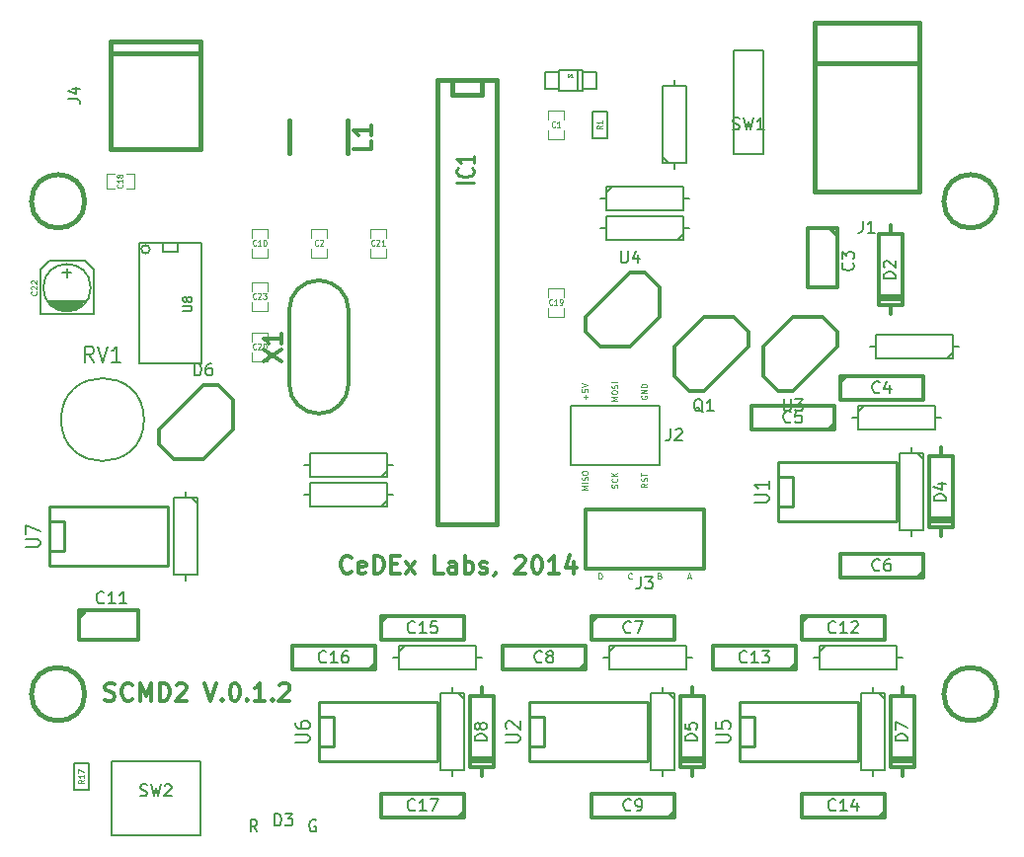
<source format=gto>
G04 (created by PCBNEW (2013-07-07 BZR 4022)-stable) date 02/12/2014 00:26:50*
%MOIN*%
G04 Gerber Fmt 3.4, Leading zero omitted, Abs format*
%FSLAX34Y34*%
G01*
G70*
G90*
G04 APERTURE LIST*
%ADD10C,0.00590551*%
%ADD11C,0.011811*%
%ADD12C,0.012*%
%ADD13C,0.005*%
%ADD14C,0.0047*%
%ADD15C,0.008*%
%ADD16C,0.0125*%
%ADD17C,0.01*%
%ADD18C,0.015*%
%ADD19C,0.0045*%
%ADD20C,0.01125*%
%ADD21C,0.002*%
%ADD22C,0.00393701*%
G04 APERTURE END LIST*
G54D10*
X19421Y-38359D02*
X19290Y-38171D01*
X19196Y-38359D02*
X19196Y-37965D01*
X19346Y-37965D01*
X19384Y-37984D01*
X19403Y-38003D01*
X19421Y-38040D01*
X19421Y-38096D01*
X19403Y-38134D01*
X19384Y-38153D01*
X19346Y-38171D01*
X19196Y-38171D01*
X21403Y-37984D02*
X21365Y-37965D01*
X21309Y-37965D01*
X21253Y-37984D01*
X21215Y-38021D01*
X21196Y-38059D01*
X21178Y-38134D01*
X21178Y-38190D01*
X21196Y-38265D01*
X21215Y-38303D01*
X21253Y-38340D01*
X21309Y-38359D01*
X21346Y-38359D01*
X21403Y-38340D01*
X21421Y-38321D01*
X21421Y-38190D01*
X21346Y-38190D01*
G54D11*
X14278Y-33910D02*
X14362Y-33939D01*
X14503Y-33939D01*
X14559Y-33910D01*
X14587Y-33882D01*
X14615Y-33826D01*
X14615Y-33770D01*
X14587Y-33714D01*
X14559Y-33685D01*
X14503Y-33657D01*
X14391Y-33629D01*
X14334Y-33601D01*
X14306Y-33573D01*
X14278Y-33517D01*
X14278Y-33460D01*
X14306Y-33404D01*
X14334Y-33376D01*
X14391Y-33348D01*
X14531Y-33348D01*
X14615Y-33376D01*
X15206Y-33882D02*
X15178Y-33910D01*
X15094Y-33939D01*
X15037Y-33939D01*
X14953Y-33910D01*
X14897Y-33854D01*
X14869Y-33798D01*
X14840Y-33685D01*
X14840Y-33601D01*
X14869Y-33489D01*
X14897Y-33432D01*
X14953Y-33376D01*
X15037Y-33348D01*
X15094Y-33348D01*
X15178Y-33376D01*
X15206Y-33404D01*
X15459Y-33939D02*
X15459Y-33348D01*
X15656Y-33770D01*
X15853Y-33348D01*
X15853Y-33939D01*
X16134Y-33939D02*
X16134Y-33348D01*
X16275Y-33348D01*
X16359Y-33376D01*
X16415Y-33432D01*
X16443Y-33489D01*
X16471Y-33601D01*
X16471Y-33685D01*
X16443Y-33798D01*
X16415Y-33854D01*
X16359Y-33910D01*
X16275Y-33939D01*
X16134Y-33939D01*
X16696Y-33404D02*
X16725Y-33376D01*
X16781Y-33348D01*
X16921Y-33348D01*
X16978Y-33376D01*
X17006Y-33404D01*
X17034Y-33460D01*
X17034Y-33517D01*
X17006Y-33601D01*
X16668Y-33939D01*
X17034Y-33939D01*
X17653Y-33348D02*
X17849Y-33939D01*
X18046Y-33348D01*
X18243Y-33882D02*
X18271Y-33910D01*
X18243Y-33939D01*
X18215Y-33910D01*
X18243Y-33882D01*
X18243Y-33939D01*
X18637Y-33348D02*
X18693Y-33348D01*
X18749Y-33376D01*
X18777Y-33404D01*
X18806Y-33460D01*
X18834Y-33573D01*
X18834Y-33714D01*
X18806Y-33826D01*
X18777Y-33882D01*
X18749Y-33910D01*
X18693Y-33939D01*
X18637Y-33939D01*
X18581Y-33910D01*
X18552Y-33882D01*
X18524Y-33826D01*
X18496Y-33714D01*
X18496Y-33573D01*
X18524Y-33460D01*
X18552Y-33404D01*
X18581Y-33376D01*
X18637Y-33348D01*
X19087Y-33882D02*
X19115Y-33910D01*
X19087Y-33939D01*
X19059Y-33910D01*
X19087Y-33882D01*
X19087Y-33939D01*
X19677Y-33939D02*
X19340Y-33939D01*
X19509Y-33939D02*
X19509Y-33348D01*
X19452Y-33432D01*
X19396Y-33489D01*
X19340Y-33517D01*
X19930Y-33882D02*
X19959Y-33910D01*
X19930Y-33939D01*
X19902Y-33910D01*
X19930Y-33882D01*
X19930Y-33939D01*
X20184Y-33404D02*
X20212Y-33376D01*
X20268Y-33348D01*
X20408Y-33348D01*
X20465Y-33376D01*
X20493Y-33404D01*
X20521Y-33460D01*
X20521Y-33517D01*
X20493Y-33601D01*
X20155Y-33939D01*
X20521Y-33939D01*
X22600Y-29582D02*
X22572Y-29610D01*
X22487Y-29639D01*
X22431Y-29639D01*
X22347Y-29610D01*
X22291Y-29554D01*
X22262Y-29498D01*
X22234Y-29385D01*
X22234Y-29301D01*
X22262Y-29189D01*
X22291Y-29132D01*
X22347Y-29076D01*
X22431Y-29048D01*
X22487Y-29048D01*
X22572Y-29076D01*
X22600Y-29104D01*
X23078Y-29610D02*
X23022Y-29639D01*
X22909Y-29639D01*
X22853Y-29610D01*
X22825Y-29554D01*
X22825Y-29329D01*
X22853Y-29273D01*
X22909Y-29245D01*
X23022Y-29245D01*
X23078Y-29273D01*
X23106Y-29329D01*
X23106Y-29385D01*
X22825Y-29442D01*
X23359Y-29639D02*
X23359Y-29048D01*
X23500Y-29048D01*
X23584Y-29076D01*
X23640Y-29132D01*
X23669Y-29189D01*
X23697Y-29301D01*
X23697Y-29385D01*
X23669Y-29498D01*
X23640Y-29554D01*
X23584Y-29610D01*
X23500Y-29639D01*
X23359Y-29639D01*
X23950Y-29329D02*
X24147Y-29329D01*
X24231Y-29639D02*
X23950Y-29639D01*
X23950Y-29048D01*
X24231Y-29048D01*
X24428Y-29639D02*
X24737Y-29245D01*
X24428Y-29245D02*
X24737Y-29639D01*
X25693Y-29639D02*
X25412Y-29639D01*
X25412Y-29048D01*
X26143Y-29639D02*
X26143Y-29329D01*
X26115Y-29273D01*
X26059Y-29245D01*
X25946Y-29245D01*
X25890Y-29273D01*
X26143Y-29610D02*
X26087Y-29639D01*
X25946Y-29639D01*
X25890Y-29610D01*
X25862Y-29554D01*
X25862Y-29498D01*
X25890Y-29442D01*
X25946Y-29414D01*
X26087Y-29414D01*
X26143Y-29385D01*
X26424Y-29639D02*
X26424Y-29048D01*
X26424Y-29273D02*
X26481Y-29245D01*
X26593Y-29245D01*
X26649Y-29273D01*
X26678Y-29301D01*
X26706Y-29357D01*
X26706Y-29526D01*
X26678Y-29582D01*
X26649Y-29610D01*
X26593Y-29639D01*
X26481Y-29639D01*
X26424Y-29610D01*
X26931Y-29610D02*
X26987Y-29639D01*
X27099Y-29639D01*
X27156Y-29610D01*
X27184Y-29554D01*
X27184Y-29526D01*
X27156Y-29470D01*
X27099Y-29442D01*
X27015Y-29442D01*
X26959Y-29414D01*
X26931Y-29357D01*
X26931Y-29329D01*
X26959Y-29273D01*
X27015Y-29245D01*
X27099Y-29245D01*
X27156Y-29273D01*
X27465Y-29610D02*
X27465Y-29639D01*
X27437Y-29695D01*
X27409Y-29723D01*
X28140Y-29104D02*
X28168Y-29076D01*
X28224Y-29048D01*
X28365Y-29048D01*
X28421Y-29076D01*
X28449Y-29104D01*
X28477Y-29160D01*
X28477Y-29217D01*
X28449Y-29301D01*
X28112Y-29639D01*
X28477Y-29639D01*
X28843Y-29048D02*
X28899Y-29048D01*
X28955Y-29076D01*
X28984Y-29104D01*
X29012Y-29160D01*
X29040Y-29273D01*
X29040Y-29414D01*
X29012Y-29526D01*
X28984Y-29582D01*
X28955Y-29610D01*
X28899Y-29639D01*
X28843Y-29639D01*
X28787Y-29610D01*
X28759Y-29582D01*
X28730Y-29526D01*
X28702Y-29414D01*
X28702Y-29273D01*
X28730Y-29160D01*
X28759Y-29104D01*
X28787Y-29076D01*
X28843Y-29048D01*
X29602Y-29639D02*
X29265Y-29639D01*
X29433Y-29639D02*
X29433Y-29048D01*
X29377Y-29132D01*
X29321Y-29189D01*
X29265Y-29217D01*
X30108Y-29245D02*
X30108Y-29639D01*
X29968Y-29020D02*
X29827Y-29442D01*
X30193Y-29442D01*
G54D12*
X37500Y-23500D02*
X39000Y-22000D01*
X39000Y-22000D02*
X39000Y-21500D01*
X39000Y-21500D02*
X38500Y-21000D01*
X38500Y-21000D02*
X37500Y-21000D01*
X37500Y-21000D02*
X36500Y-22000D01*
X36500Y-22000D02*
X36500Y-23000D01*
X36500Y-23000D02*
X37000Y-23500D01*
X37000Y-23500D02*
X37500Y-23500D01*
G54D10*
X36500Y-15500D02*
X35500Y-15500D01*
X35500Y-15500D02*
X35500Y-12000D01*
X35500Y-12000D02*
X36500Y-12000D01*
X36500Y-12000D02*
X36500Y-15500D01*
G54D13*
X15791Y-18700D02*
G75*
G03X15791Y-18700I-141J0D01*
G74*
G01*
X16750Y-18500D02*
X16750Y-18800D01*
X16750Y-18800D02*
X16250Y-18800D01*
X16250Y-18800D02*
X16250Y-18500D01*
X15450Y-22550D02*
X15450Y-18500D01*
X17550Y-18500D02*
X17550Y-22550D01*
X17550Y-18500D02*
X15450Y-18500D01*
X17550Y-22550D02*
X15450Y-22550D01*
G54D14*
X14603Y-16144D02*
X14328Y-16144D01*
X14997Y-16144D02*
X15272Y-16144D01*
X14603Y-16656D02*
X14328Y-16656D01*
X15272Y-16656D02*
X14997Y-16656D01*
X14328Y-16650D02*
X14328Y-16150D01*
X15272Y-16150D02*
X15272Y-16650D01*
X19756Y-18303D02*
X19756Y-18028D01*
X19756Y-18697D02*
X19756Y-18972D01*
X19244Y-18303D02*
X19244Y-18028D01*
X19244Y-18972D02*
X19244Y-18697D01*
X19250Y-18028D02*
X19750Y-18028D01*
X19750Y-18972D02*
X19250Y-18972D01*
X29756Y-20303D02*
X29756Y-20028D01*
X29756Y-20697D02*
X29756Y-20972D01*
X29244Y-20303D02*
X29244Y-20028D01*
X29244Y-20972D02*
X29244Y-20697D01*
X29250Y-20028D02*
X29750Y-20028D01*
X29750Y-20972D02*
X29250Y-20972D01*
X19244Y-20497D02*
X19244Y-20772D01*
X19244Y-20103D02*
X19244Y-19828D01*
X19756Y-20497D02*
X19756Y-20772D01*
X19756Y-19828D02*
X19756Y-20103D01*
X19750Y-20772D02*
X19250Y-20772D01*
X19250Y-19828D02*
X19750Y-19828D01*
X29244Y-14697D02*
X29244Y-14972D01*
X29244Y-14303D02*
X29244Y-14028D01*
X29756Y-14697D02*
X29756Y-14972D01*
X29756Y-14028D02*
X29756Y-14303D01*
X29750Y-14972D02*
X29250Y-14972D01*
X29250Y-14028D02*
X29750Y-14028D01*
X19756Y-21803D02*
X19756Y-21528D01*
X19756Y-22197D02*
X19756Y-22472D01*
X19244Y-21803D02*
X19244Y-21528D01*
X19244Y-22472D02*
X19244Y-22197D01*
X19250Y-21528D02*
X19750Y-21528D01*
X19750Y-22472D02*
X19250Y-22472D01*
X23756Y-18303D02*
X23756Y-18028D01*
X23756Y-18697D02*
X23756Y-18972D01*
X23244Y-18303D02*
X23244Y-18028D01*
X23244Y-18972D02*
X23244Y-18697D01*
X23250Y-18028D02*
X23750Y-18028D01*
X23750Y-18972D02*
X23250Y-18972D01*
G54D13*
X13250Y-36950D02*
X13250Y-36050D01*
X13250Y-36050D02*
X13750Y-36050D01*
X13750Y-36050D02*
X13750Y-36950D01*
X13750Y-36950D02*
X13250Y-36950D01*
G54D15*
X15600Y-24450D02*
G75*
G03X15600Y-24450I-1400J0D01*
G74*
G01*
X24000Y-32500D02*
X24200Y-32500D01*
X27000Y-32500D02*
X26800Y-32500D01*
X26800Y-32500D02*
X26800Y-32100D01*
X26800Y-32100D02*
X24200Y-32100D01*
X24200Y-32100D02*
X24200Y-32900D01*
X24200Y-32900D02*
X26800Y-32900D01*
X26800Y-32900D02*
X26800Y-32500D01*
X24200Y-32300D02*
X24400Y-32100D01*
X26000Y-33500D02*
X26000Y-33700D01*
X26000Y-36500D02*
X26000Y-36300D01*
X26000Y-36300D02*
X26400Y-36300D01*
X26400Y-36300D02*
X26400Y-33700D01*
X26400Y-33700D02*
X25600Y-33700D01*
X25600Y-33700D02*
X25600Y-36300D01*
X25600Y-36300D02*
X26000Y-36300D01*
X26200Y-33700D02*
X26400Y-33900D01*
X41500Y-25400D02*
X41500Y-25600D01*
X41500Y-28400D02*
X41500Y-28200D01*
X41500Y-28200D02*
X41900Y-28200D01*
X41900Y-28200D02*
X41900Y-25600D01*
X41900Y-25600D02*
X41100Y-25600D01*
X41100Y-25600D02*
X41100Y-28200D01*
X41100Y-28200D02*
X41500Y-28200D01*
X41700Y-25600D02*
X41900Y-25800D01*
X38200Y-32500D02*
X38400Y-32500D01*
X41200Y-32500D02*
X41000Y-32500D01*
X41000Y-32500D02*
X41000Y-32100D01*
X41000Y-32100D02*
X38400Y-32100D01*
X38400Y-32100D02*
X38400Y-32900D01*
X38400Y-32900D02*
X41000Y-32900D01*
X41000Y-32900D02*
X41000Y-32500D01*
X38400Y-32300D02*
X38600Y-32100D01*
X39500Y-24400D02*
X39700Y-24400D01*
X42500Y-24400D02*
X42300Y-24400D01*
X42300Y-24400D02*
X42300Y-24000D01*
X42300Y-24000D02*
X39700Y-24000D01*
X39700Y-24000D02*
X39700Y-24800D01*
X39700Y-24800D02*
X42300Y-24800D01*
X42300Y-24800D02*
X42300Y-24400D01*
X39700Y-24200D02*
X39900Y-24000D01*
X40200Y-33500D02*
X40200Y-33700D01*
X40200Y-36500D02*
X40200Y-36300D01*
X40200Y-36300D02*
X40600Y-36300D01*
X40600Y-36300D02*
X40600Y-33700D01*
X40600Y-33700D02*
X39800Y-33700D01*
X39800Y-33700D02*
X39800Y-36300D01*
X39800Y-36300D02*
X40200Y-36300D01*
X40400Y-33700D02*
X40600Y-33900D01*
X33100Y-33500D02*
X33100Y-33700D01*
X33100Y-36500D02*
X33100Y-36300D01*
X33100Y-36300D02*
X33500Y-36300D01*
X33500Y-36300D02*
X33500Y-33700D01*
X33500Y-33700D02*
X32700Y-33700D01*
X32700Y-33700D02*
X32700Y-36300D01*
X32700Y-36300D02*
X33100Y-36300D01*
X33300Y-33700D02*
X33500Y-33900D01*
X31100Y-32500D02*
X31300Y-32500D01*
X34100Y-32500D02*
X33900Y-32500D01*
X33900Y-32500D02*
X33900Y-32100D01*
X33900Y-32100D02*
X31300Y-32100D01*
X31300Y-32100D02*
X31300Y-32900D01*
X31300Y-32900D02*
X33900Y-32900D01*
X33900Y-32900D02*
X33900Y-32500D01*
X31300Y-32300D02*
X31500Y-32100D01*
X31000Y-17000D02*
X31200Y-17000D01*
X34000Y-17000D02*
X33800Y-17000D01*
X33800Y-17000D02*
X33800Y-16600D01*
X33800Y-16600D02*
X31200Y-16600D01*
X31200Y-16600D02*
X31200Y-17400D01*
X31200Y-17400D02*
X33800Y-17400D01*
X33800Y-17400D02*
X33800Y-17000D01*
X31200Y-16800D02*
X31400Y-16600D01*
X24000Y-27000D02*
X23800Y-27000D01*
X21000Y-27000D02*
X21200Y-27000D01*
X21200Y-27000D02*
X21200Y-27400D01*
X21200Y-27400D02*
X23800Y-27400D01*
X23800Y-27400D02*
X23800Y-26600D01*
X23800Y-26600D02*
X21200Y-26600D01*
X21200Y-26600D02*
X21200Y-27000D01*
X23800Y-27200D02*
X23600Y-27400D01*
X24000Y-26000D02*
X23800Y-26000D01*
X21000Y-26000D02*
X21200Y-26000D01*
X21200Y-26000D02*
X21200Y-26400D01*
X21200Y-26400D02*
X23800Y-26400D01*
X23800Y-26400D02*
X23800Y-25600D01*
X23800Y-25600D02*
X21200Y-25600D01*
X21200Y-25600D02*
X21200Y-26000D01*
X23800Y-26200D02*
X23600Y-26400D01*
X34000Y-18000D02*
X33800Y-18000D01*
X31000Y-18000D02*
X31200Y-18000D01*
X31200Y-18000D02*
X31200Y-18400D01*
X31200Y-18400D02*
X33800Y-18400D01*
X33800Y-18400D02*
X33800Y-17600D01*
X33800Y-17600D02*
X31200Y-17600D01*
X31200Y-17600D02*
X31200Y-18000D01*
X33800Y-18200D02*
X33600Y-18400D01*
X33500Y-16000D02*
X33500Y-15800D01*
X33500Y-13000D02*
X33500Y-13200D01*
X33500Y-13200D02*
X33100Y-13200D01*
X33100Y-13200D02*
X33100Y-15800D01*
X33100Y-15800D02*
X33900Y-15800D01*
X33900Y-15800D02*
X33900Y-13200D01*
X33900Y-13200D02*
X33500Y-13200D01*
X33300Y-15800D02*
X33100Y-15600D01*
X43100Y-22000D02*
X42900Y-22000D01*
X40100Y-22000D02*
X40300Y-22000D01*
X40300Y-22000D02*
X40300Y-22400D01*
X40300Y-22400D02*
X42900Y-22400D01*
X42900Y-22400D02*
X42900Y-21600D01*
X42900Y-21600D02*
X40300Y-21600D01*
X40300Y-21600D02*
X40300Y-22000D01*
X42900Y-22200D02*
X42700Y-22400D01*
X17000Y-26900D02*
X17000Y-27100D01*
X17000Y-29900D02*
X17000Y-29700D01*
X17000Y-29700D02*
X17400Y-29700D01*
X17400Y-29700D02*
X17400Y-27100D01*
X17400Y-27100D02*
X16600Y-27100D01*
X16600Y-27100D02*
X16600Y-29700D01*
X16600Y-29700D02*
X17000Y-29700D01*
X17200Y-27100D02*
X17400Y-27300D01*
G54D10*
X14500Y-38500D02*
X14500Y-36000D01*
X14500Y-36000D02*
X17500Y-36000D01*
X17500Y-36000D02*
X17500Y-38500D01*
X17500Y-38500D02*
X14500Y-38500D01*
G54D16*
X22500Y-23250D02*
X22500Y-20750D01*
X20500Y-23250D02*
X20500Y-20750D01*
X21500Y-19750D02*
G75*
G03X20500Y-20750I0J-1000D01*
G74*
G01*
X22500Y-20750D02*
G75*
G03X21500Y-19750I-1000J0D01*
G74*
G01*
X20500Y-23250D02*
G75*
G03X21500Y-24250I1000J0D01*
G74*
G01*
X21500Y-24250D02*
G75*
G03X22500Y-23250I0J1000D01*
G74*
G01*
G54D17*
X35700Y-34500D02*
X36200Y-34500D01*
X36200Y-34500D02*
X36200Y-35500D01*
X36200Y-35500D02*
X35700Y-35500D01*
X35700Y-34000D02*
X39700Y-34000D01*
X39700Y-34000D02*
X39700Y-36000D01*
X39700Y-36000D02*
X35700Y-36000D01*
X35700Y-36000D02*
X35700Y-34000D01*
X12400Y-27900D02*
X12900Y-27900D01*
X12900Y-27900D02*
X12900Y-28900D01*
X12900Y-28900D02*
X12400Y-28900D01*
X12400Y-27400D02*
X16400Y-27400D01*
X16400Y-27400D02*
X16400Y-29400D01*
X16400Y-29400D02*
X12400Y-29400D01*
X12400Y-29400D02*
X12400Y-27400D01*
X28600Y-34500D02*
X29100Y-34500D01*
X29100Y-34500D02*
X29100Y-35500D01*
X29100Y-35500D02*
X28600Y-35500D01*
X28600Y-34000D02*
X32600Y-34000D01*
X32600Y-34000D02*
X32600Y-36000D01*
X32600Y-36000D02*
X28600Y-36000D01*
X28600Y-36000D02*
X28600Y-34000D01*
X21500Y-34500D02*
X22000Y-34500D01*
X22000Y-34500D02*
X22000Y-35500D01*
X22000Y-35500D02*
X21500Y-35500D01*
X21500Y-34000D02*
X25500Y-34000D01*
X25500Y-34000D02*
X25500Y-36000D01*
X25500Y-36000D02*
X21500Y-36000D01*
X21500Y-36000D02*
X21500Y-34000D01*
X37000Y-26400D02*
X37500Y-26400D01*
X37500Y-26400D02*
X37500Y-27400D01*
X37500Y-27400D02*
X37000Y-27400D01*
X37000Y-25900D02*
X41000Y-25900D01*
X41000Y-25900D02*
X41000Y-27900D01*
X41000Y-27900D02*
X37000Y-27900D01*
X37000Y-27900D02*
X37000Y-25900D01*
G54D18*
X27500Y-13000D02*
X27500Y-28000D01*
X27500Y-28000D02*
X25500Y-28000D01*
X25500Y-28000D02*
X25500Y-13000D01*
X25500Y-13000D02*
X27500Y-13000D01*
X27000Y-13000D02*
X27000Y-13500D01*
X27000Y-13500D02*
X26000Y-13500D01*
X26000Y-13500D02*
X26000Y-13000D01*
G54D12*
X42500Y-28400D02*
X42500Y-28100D01*
X42500Y-28100D02*
X42900Y-28100D01*
X42900Y-28100D02*
X42900Y-25700D01*
X42900Y-25700D02*
X42500Y-25700D01*
X42500Y-25700D02*
X42500Y-25400D01*
X42500Y-25700D02*
X42100Y-25700D01*
X42100Y-25700D02*
X42100Y-28100D01*
X42100Y-28100D02*
X42500Y-28100D01*
X42900Y-27900D02*
X42100Y-27900D01*
X42100Y-27800D02*
X42900Y-27800D01*
X34100Y-36500D02*
X34100Y-36200D01*
X34100Y-36200D02*
X34500Y-36200D01*
X34500Y-36200D02*
X34500Y-33800D01*
X34500Y-33800D02*
X34100Y-33800D01*
X34100Y-33800D02*
X34100Y-33500D01*
X34100Y-33800D02*
X33700Y-33800D01*
X33700Y-33800D02*
X33700Y-36200D01*
X33700Y-36200D02*
X34100Y-36200D01*
X34500Y-36000D02*
X33700Y-36000D01*
X33700Y-35900D02*
X34500Y-35900D01*
X41200Y-36500D02*
X41200Y-36200D01*
X41200Y-36200D02*
X41600Y-36200D01*
X41600Y-36200D02*
X41600Y-33800D01*
X41600Y-33800D02*
X41200Y-33800D01*
X41200Y-33800D02*
X41200Y-33500D01*
X41200Y-33800D02*
X40800Y-33800D01*
X40800Y-33800D02*
X40800Y-36200D01*
X40800Y-36200D02*
X41200Y-36200D01*
X41600Y-36000D02*
X40800Y-36000D01*
X40800Y-35900D02*
X41600Y-35900D01*
X27000Y-36500D02*
X27000Y-36200D01*
X27000Y-36200D02*
X27400Y-36200D01*
X27400Y-36200D02*
X27400Y-33800D01*
X27400Y-33800D02*
X27000Y-33800D01*
X27000Y-33800D02*
X27000Y-33500D01*
X27000Y-33800D02*
X26600Y-33800D01*
X26600Y-33800D02*
X26600Y-36200D01*
X26600Y-36200D02*
X27000Y-36200D01*
X27400Y-36000D02*
X26600Y-36000D01*
X26600Y-35900D02*
X27400Y-35900D01*
G54D13*
X13000Y-19350D02*
X13000Y-19650D01*
X12850Y-19500D02*
X13150Y-19500D01*
X13900Y-19400D02*
X13900Y-20900D01*
X12400Y-19100D02*
X13600Y-19100D01*
X13900Y-19400D02*
X13600Y-19100D01*
X12100Y-19400D02*
X12100Y-20900D01*
X12100Y-19400D02*
X12400Y-19100D01*
X13050Y-20800D02*
X12950Y-20800D01*
X12750Y-20750D02*
X13250Y-20750D01*
X13350Y-20700D02*
X12650Y-20700D01*
X13450Y-20650D02*
X12550Y-20650D01*
X12500Y-20600D02*
X13500Y-20600D01*
X13550Y-20550D02*
X12450Y-20550D01*
X12400Y-20500D02*
X13600Y-20500D01*
X12350Y-20450D02*
X13650Y-20450D01*
X13800Y-20000D02*
G75*
G03X13800Y-20000I-800J0D01*
G74*
G01*
X12100Y-20900D02*
X13900Y-20900D01*
G54D12*
X23400Y-32900D02*
X20600Y-32900D01*
X20600Y-32900D02*
X20600Y-32100D01*
X20600Y-32100D02*
X23400Y-32100D01*
X23400Y-32100D02*
X23400Y-32900D01*
X23400Y-32700D02*
X23200Y-32900D01*
X26400Y-37900D02*
X23600Y-37900D01*
X23600Y-37900D02*
X23600Y-37100D01*
X23600Y-37100D02*
X26400Y-37100D01*
X26400Y-37100D02*
X26400Y-37900D01*
X26400Y-37700D02*
X26200Y-37900D01*
X38900Y-24800D02*
X36100Y-24800D01*
X36100Y-24800D02*
X36100Y-24000D01*
X36100Y-24000D02*
X38900Y-24000D01*
X38900Y-24000D02*
X38900Y-24800D01*
X38900Y-24600D02*
X38700Y-24800D01*
X41900Y-29800D02*
X39100Y-29800D01*
X39100Y-29800D02*
X39100Y-29000D01*
X39100Y-29000D02*
X41900Y-29000D01*
X41900Y-29000D02*
X41900Y-29800D01*
X41900Y-29600D02*
X41700Y-29800D01*
X39100Y-23000D02*
X41900Y-23000D01*
X41900Y-23000D02*
X41900Y-23800D01*
X41900Y-23800D02*
X39100Y-23800D01*
X39100Y-23800D02*
X39100Y-23000D01*
X39100Y-23200D02*
X39300Y-23000D01*
X23600Y-31100D02*
X26400Y-31100D01*
X26400Y-31100D02*
X26400Y-31900D01*
X26400Y-31900D02*
X23600Y-31900D01*
X23600Y-31900D02*
X23600Y-31100D01*
X23600Y-31300D02*
X23800Y-31100D01*
X33500Y-37900D02*
X30700Y-37900D01*
X30700Y-37900D02*
X30700Y-37100D01*
X30700Y-37100D02*
X33500Y-37100D01*
X33500Y-37100D02*
X33500Y-37900D01*
X33500Y-37700D02*
X33300Y-37900D01*
X37800Y-31100D02*
X40600Y-31100D01*
X40600Y-31100D02*
X40600Y-31900D01*
X40600Y-31900D02*
X37800Y-31900D01*
X37800Y-31900D02*
X37800Y-31100D01*
X37800Y-31300D02*
X38000Y-31100D01*
X30500Y-32900D02*
X27700Y-32900D01*
X27700Y-32900D02*
X27700Y-32100D01*
X27700Y-32100D02*
X30500Y-32100D01*
X30500Y-32100D02*
X30500Y-32900D01*
X30500Y-32700D02*
X30300Y-32900D01*
X40600Y-37900D02*
X37800Y-37900D01*
X37800Y-37900D02*
X37800Y-37100D01*
X37800Y-37100D02*
X40600Y-37100D01*
X40600Y-37100D02*
X40600Y-37900D01*
X40600Y-37700D02*
X40400Y-37900D01*
X37600Y-32900D02*
X34800Y-32900D01*
X34800Y-32900D02*
X34800Y-32100D01*
X34800Y-32100D02*
X37600Y-32100D01*
X37600Y-32100D02*
X37600Y-32900D01*
X37600Y-32700D02*
X37400Y-32900D01*
X30700Y-31100D02*
X33500Y-31100D01*
X33500Y-31100D02*
X33500Y-31900D01*
X33500Y-31900D02*
X30700Y-31900D01*
X30700Y-31900D02*
X30700Y-31100D01*
X30700Y-31300D02*
X30900Y-31100D01*
X13420Y-30900D02*
X15400Y-30900D01*
X15400Y-30900D02*
X15400Y-31900D01*
X15400Y-31900D02*
X13400Y-31900D01*
X13400Y-31900D02*
X13400Y-30900D01*
X13400Y-31150D02*
X13650Y-30900D01*
G54D18*
X41772Y-12425D02*
X38228Y-12425D01*
X41772Y-11047D02*
X38228Y-11047D01*
X38228Y-11047D02*
X38228Y-16756D01*
X38228Y-16756D02*
X41772Y-16756D01*
X41772Y-16756D02*
X41772Y-11047D01*
G54D12*
X40800Y-20900D02*
X40800Y-20600D01*
X40800Y-20600D02*
X41200Y-20600D01*
X41200Y-20600D02*
X41200Y-18200D01*
X41200Y-18200D02*
X40800Y-18200D01*
X40800Y-18200D02*
X40800Y-17900D01*
X40800Y-18200D02*
X40400Y-18200D01*
X40400Y-18200D02*
X40400Y-20600D01*
X40400Y-20600D02*
X40800Y-20600D01*
X41200Y-20400D02*
X40400Y-20400D01*
X40400Y-20300D02*
X41200Y-20300D01*
G54D13*
X30870Y-12710D02*
X30870Y-13270D01*
X29600Y-12640D02*
X30410Y-12640D01*
X30410Y-13360D02*
X29600Y-13360D01*
X29140Y-12710D02*
X29140Y-13270D01*
X29570Y-13270D02*
X29150Y-13270D01*
X29150Y-12710D02*
X29580Y-12710D01*
X30430Y-12710D02*
X30870Y-12710D01*
X30860Y-13270D02*
X30430Y-13270D01*
X29590Y-12640D02*
X29590Y-13360D01*
X30250Y-12640D02*
X30250Y-13360D01*
X30410Y-13360D02*
X30410Y-12640D01*
G54D12*
X39000Y-18020D02*
X39000Y-20000D01*
X39000Y-20000D02*
X38000Y-20000D01*
X38000Y-20000D02*
X38000Y-18000D01*
X38000Y-18000D02*
X39000Y-18000D01*
X38750Y-18000D02*
X39000Y-18250D01*
G54D14*
X21756Y-18303D02*
X21756Y-18028D01*
X21756Y-18697D02*
X21756Y-18972D01*
X21244Y-18303D02*
X21244Y-18028D01*
X21244Y-18972D02*
X21244Y-18697D01*
X21250Y-18028D02*
X21750Y-18028D01*
X21750Y-18972D02*
X21250Y-18972D01*
G54D18*
X13600Y-17080D02*
G75*
G03X13600Y-17080I-900J0D01*
G74*
G01*
X13600Y-33720D02*
G75*
G03X13600Y-33720I-900J0D01*
G74*
G01*
X44399Y-17080D02*
G75*
G03X44399Y-17080I-900J0D01*
G74*
G01*
X44399Y-33720D02*
G75*
G03X44399Y-33720I-900J0D01*
G74*
G01*
X17516Y-12083D02*
X14484Y-12083D01*
X17516Y-11689D02*
X14484Y-11689D01*
X14484Y-11689D02*
X14484Y-15311D01*
X14484Y-15311D02*
X17516Y-15311D01*
X17516Y-15311D02*
X17516Y-11689D01*
G54D13*
X31250Y-14050D02*
X31250Y-14950D01*
X31250Y-14950D02*
X30750Y-14950D01*
X30750Y-14950D02*
X30750Y-14050D01*
X30750Y-14050D02*
X31250Y-14050D01*
G54D12*
X32000Y-19500D02*
X30500Y-21000D01*
X30500Y-21000D02*
X30500Y-21500D01*
X30500Y-21500D02*
X31000Y-22000D01*
X31000Y-22000D02*
X32000Y-22000D01*
X32000Y-22000D02*
X33000Y-21000D01*
X33000Y-21000D02*
X33000Y-20000D01*
X33000Y-20000D02*
X32500Y-19500D01*
X32500Y-19500D02*
X32000Y-19500D01*
X34500Y-23500D02*
X36000Y-22000D01*
X36000Y-22000D02*
X36000Y-21500D01*
X36000Y-21500D02*
X35500Y-21000D01*
X35500Y-21000D02*
X34500Y-21000D01*
X34500Y-21000D02*
X33500Y-22000D01*
X33500Y-22000D02*
X33500Y-23000D01*
X33500Y-23000D02*
X34000Y-23500D01*
X34000Y-23500D02*
X34500Y-23500D01*
X17600Y-23300D02*
X16100Y-24800D01*
X16100Y-24800D02*
X16100Y-25300D01*
X16100Y-25300D02*
X16600Y-25800D01*
X16600Y-25800D02*
X17600Y-25800D01*
X17600Y-25800D02*
X18600Y-24800D01*
X18600Y-24800D02*
X18600Y-23800D01*
X18600Y-23800D02*
X18100Y-23300D01*
X18100Y-23300D02*
X17600Y-23300D01*
G54D18*
X20516Y-15451D02*
X20516Y-14349D01*
X22484Y-15451D02*
X22484Y-14349D01*
G54D15*
X33000Y-26000D02*
X30000Y-26000D01*
X30000Y-24000D02*
X33000Y-24000D01*
X33000Y-24000D02*
X33000Y-26000D01*
X30000Y-26000D02*
X30000Y-24000D01*
G54D12*
X34500Y-29500D02*
X30500Y-29500D01*
X30500Y-29500D02*
X30500Y-27500D01*
X30500Y-27500D02*
X34500Y-27500D01*
X34500Y-27500D02*
X34500Y-29500D01*
G54D15*
X37195Y-23761D02*
X37195Y-24085D01*
X37214Y-24123D01*
X37233Y-24142D01*
X37271Y-24161D01*
X37347Y-24161D01*
X37385Y-24142D01*
X37404Y-24123D01*
X37423Y-24085D01*
X37423Y-23761D01*
X37576Y-23761D02*
X37823Y-23761D01*
X37690Y-23914D01*
X37747Y-23914D01*
X37785Y-23933D01*
X37804Y-23952D01*
X37823Y-23990D01*
X37823Y-24085D01*
X37804Y-24123D01*
X37785Y-24142D01*
X37747Y-24161D01*
X37633Y-24161D01*
X37595Y-24142D01*
X37576Y-24123D01*
G54D10*
X35475Y-14640D02*
X35531Y-14659D01*
X35625Y-14659D01*
X35662Y-14640D01*
X35681Y-14621D01*
X35700Y-14584D01*
X35700Y-14546D01*
X35681Y-14509D01*
X35662Y-14490D01*
X35625Y-14471D01*
X35550Y-14453D01*
X35512Y-14434D01*
X35493Y-14415D01*
X35475Y-14378D01*
X35475Y-14340D01*
X35493Y-14303D01*
X35512Y-14284D01*
X35550Y-14265D01*
X35643Y-14265D01*
X35700Y-14284D01*
X35831Y-14265D02*
X35925Y-14659D01*
X36000Y-14378D01*
X36074Y-14659D01*
X36168Y-14265D01*
X36524Y-14659D02*
X36299Y-14659D01*
X36412Y-14659D02*
X36412Y-14265D01*
X36374Y-14321D01*
X36337Y-14359D01*
X36299Y-14378D01*
G54D13*
X16921Y-20778D02*
X17164Y-20778D01*
X17192Y-20764D01*
X17207Y-20750D01*
X17221Y-20721D01*
X17221Y-20664D01*
X17207Y-20635D01*
X17192Y-20621D01*
X17164Y-20607D01*
X16921Y-20607D01*
X17050Y-20421D02*
X17035Y-20450D01*
X17021Y-20464D01*
X16992Y-20478D01*
X16978Y-20478D01*
X16950Y-20464D01*
X16935Y-20450D01*
X16921Y-20421D01*
X16921Y-20364D01*
X16935Y-20335D01*
X16950Y-20321D01*
X16978Y-20307D01*
X16992Y-20307D01*
X17021Y-20321D01*
X17035Y-20335D01*
X17050Y-20364D01*
X17050Y-20421D01*
X17064Y-20450D01*
X17078Y-20464D01*
X17107Y-20478D01*
X17164Y-20478D01*
X17192Y-20464D01*
X17207Y-20450D01*
X17221Y-20421D01*
X17221Y-20364D01*
X17207Y-20335D01*
X17192Y-20321D01*
X17164Y-20307D01*
X17107Y-20307D01*
X17078Y-20321D01*
X17064Y-20335D01*
X17050Y-20364D01*
G54D19*
X14861Y-16515D02*
X14871Y-16524D01*
X14880Y-16550D01*
X14880Y-16567D01*
X14871Y-16592D01*
X14852Y-16610D01*
X14833Y-16618D01*
X14795Y-16627D01*
X14766Y-16627D01*
X14728Y-16618D01*
X14709Y-16610D01*
X14690Y-16592D01*
X14680Y-16567D01*
X14680Y-16550D01*
X14690Y-16524D01*
X14700Y-16515D01*
X14880Y-16344D02*
X14880Y-16447D01*
X14880Y-16395D02*
X14680Y-16395D01*
X14709Y-16412D01*
X14728Y-16430D01*
X14738Y-16447D01*
X14766Y-16241D02*
X14757Y-16258D01*
X14747Y-16267D01*
X14728Y-16275D01*
X14719Y-16275D01*
X14700Y-16267D01*
X14690Y-16258D01*
X14680Y-16241D01*
X14680Y-16207D01*
X14690Y-16190D01*
X14700Y-16181D01*
X14719Y-16172D01*
X14728Y-16172D01*
X14747Y-16181D01*
X14757Y-16190D01*
X14766Y-16207D01*
X14766Y-16241D01*
X14776Y-16258D01*
X14785Y-16267D01*
X14804Y-16275D01*
X14842Y-16275D01*
X14861Y-16267D01*
X14871Y-16258D01*
X14880Y-16241D01*
X14880Y-16207D01*
X14871Y-16190D01*
X14861Y-16181D01*
X14842Y-16172D01*
X14804Y-16172D01*
X14785Y-16181D01*
X14776Y-16190D01*
X14766Y-16207D01*
X19384Y-18561D02*
X19375Y-18571D01*
X19350Y-18580D01*
X19332Y-18580D01*
X19307Y-18571D01*
X19290Y-18552D01*
X19281Y-18533D01*
X19272Y-18495D01*
X19272Y-18466D01*
X19281Y-18428D01*
X19290Y-18409D01*
X19307Y-18390D01*
X19332Y-18380D01*
X19350Y-18380D01*
X19375Y-18390D01*
X19384Y-18400D01*
X19555Y-18580D02*
X19452Y-18580D01*
X19504Y-18580D02*
X19504Y-18380D01*
X19487Y-18409D01*
X19470Y-18428D01*
X19452Y-18438D01*
X19667Y-18380D02*
X19684Y-18380D01*
X19701Y-18390D01*
X19710Y-18400D01*
X19718Y-18419D01*
X19727Y-18457D01*
X19727Y-18504D01*
X19718Y-18542D01*
X19710Y-18561D01*
X19701Y-18571D01*
X19684Y-18580D01*
X19667Y-18580D01*
X19650Y-18571D01*
X19641Y-18561D01*
X19632Y-18542D01*
X19624Y-18504D01*
X19624Y-18457D01*
X19632Y-18419D01*
X19641Y-18400D01*
X19650Y-18390D01*
X19667Y-18380D01*
X29384Y-20561D02*
X29375Y-20571D01*
X29350Y-20580D01*
X29332Y-20580D01*
X29307Y-20571D01*
X29290Y-20552D01*
X29281Y-20533D01*
X29272Y-20495D01*
X29272Y-20466D01*
X29281Y-20428D01*
X29290Y-20409D01*
X29307Y-20390D01*
X29332Y-20380D01*
X29350Y-20380D01*
X29375Y-20390D01*
X29384Y-20400D01*
X29555Y-20580D02*
X29452Y-20580D01*
X29504Y-20580D02*
X29504Y-20380D01*
X29487Y-20409D01*
X29470Y-20428D01*
X29452Y-20438D01*
X29641Y-20580D02*
X29675Y-20580D01*
X29692Y-20571D01*
X29701Y-20561D01*
X29718Y-20533D01*
X29727Y-20495D01*
X29727Y-20419D01*
X29718Y-20400D01*
X29710Y-20390D01*
X29692Y-20380D01*
X29658Y-20380D01*
X29641Y-20390D01*
X29632Y-20400D01*
X29624Y-20419D01*
X29624Y-20466D01*
X29632Y-20485D01*
X29641Y-20495D01*
X29658Y-20504D01*
X29692Y-20504D01*
X29710Y-20495D01*
X29718Y-20485D01*
X29727Y-20466D01*
X19384Y-20361D02*
X19375Y-20371D01*
X19350Y-20380D01*
X19332Y-20380D01*
X19307Y-20371D01*
X19290Y-20352D01*
X19281Y-20333D01*
X19272Y-20295D01*
X19272Y-20266D01*
X19281Y-20228D01*
X19290Y-20209D01*
X19307Y-20190D01*
X19332Y-20180D01*
X19350Y-20180D01*
X19375Y-20190D01*
X19384Y-20200D01*
X19452Y-20200D02*
X19461Y-20190D01*
X19478Y-20180D01*
X19521Y-20180D01*
X19538Y-20190D01*
X19547Y-20200D01*
X19555Y-20219D01*
X19555Y-20238D01*
X19547Y-20266D01*
X19444Y-20380D01*
X19555Y-20380D01*
X19615Y-20180D02*
X19727Y-20180D01*
X19667Y-20257D01*
X19692Y-20257D01*
X19710Y-20266D01*
X19718Y-20276D01*
X19727Y-20295D01*
X19727Y-20342D01*
X19718Y-20361D01*
X19710Y-20371D01*
X19692Y-20380D01*
X19641Y-20380D01*
X19624Y-20371D01*
X19615Y-20361D01*
X29470Y-14561D02*
X29461Y-14571D01*
X29435Y-14580D01*
X29418Y-14580D01*
X29392Y-14571D01*
X29375Y-14552D01*
X29367Y-14533D01*
X29358Y-14495D01*
X29358Y-14466D01*
X29367Y-14428D01*
X29375Y-14409D01*
X29392Y-14390D01*
X29418Y-14380D01*
X29435Y-14380D01*
X29461Y-14390D01*
X29470Y-14400D01*
X29641Y-14580D02*
X29538Y-14580D01*
X29590Y-14580D02*
X29590Y-14380D01*
X29572Y-14409D01*
X29555Y-14428D01*
X29538Y-14438D01*
X19384Y-22061D02*
X19375Y-22071D01*
X19350Y-22080D01*
X19332Y-22080D01*
X19307Y-22071D01*
X19290Y-22052D01*
X19281Y-22033D01*
X19272Y-21995D01*
X19272Y-21966D01*
X19281Y-21928D01*
X19290Y-21909D01*
X19307Y-21890D01*
X19332Y-21880D01*
X19350Y-21880D01*
X19375Y-21890D01*
X19384Y-21900D01*
X19452Y-21900D02*
X19461Y-21890D01*
X19478Y-21880D01*
X19521Y-21880D01*
X19538Y-21890D01*
X19547Y-21900D01*
X19555Y-21919D01*
X19555Y-21938D01*
X19547Y-21966D01*
X19444Y-22080D01*
X19555Y-22080D01*
X19667Y-21880D02*
X19684Y-21880D01*
X19701Y-21890D01*
X19710Y-21900D01*
X19718Y-21919D01*
X19727Y-21957D01*
X19727Y-22004D01*
X19718Y-22042D01*
X19710Y-22061D01*
X19701Y-22071D01*
X19684Y-22080D01*
X19667Y-22080D01*
X19650Y-22071D01*
X19641Y-22061D01*
X19632Y-22042D01*
X19624Y-22004D01*
X19624Y-21957D01*
X19632Y-21919D01*
X19641Y-21900D01*
X19650Y-21890D01*
X19667Y-21880D01*
X23384Y-18561D02*
X23375Y-18571D01*
X23350Y-18580D01*
X23332Y-18580D01*
X23307Y-18571D01*
X23290Y-18552D01*
X23281Y-18533D01*
X23272Y-18495D01*
X23272Y-18466D01*
X23281Y-18428D01*
X23290Y-18409D01*
X23307Y-18390D01*
X23332Y-18380D01*
X23350Y-18380D01*
X23375Y-18390D01*
X23384Y-18400D01*
X23452Y-18400D02*
X23461Y-18390D01*
X23478Y-18380D01*
X23521Y-18380D01*
X23538Y-18390D01*
X23547Y-18400D01*
X23555Y-18419D01*
X23555Y-18438D01*
X23547Y-18466D01*
X23444Y-18580D01*
X23555Y-18580D01*
X23727Y-18580D02*
X23624Y-18580D01*
X23675Y-18580D02*
X23675Y-18380D01*
X23658Y-18409D01*
X23641Y-18428D01*
X23624Y-18438D01*
X13580Y-36615D02*
X13485Y-36675D01*
X13580Y-36718D02*
X13380Y-36718D01*
X13380Y-36650D01*
X13390Y-36632D01*
X13400Y-36624D01*
X13419Y-36615D01*
X13447Y-36615D01*
X13466Y-36624D01*
X13476Y-36632D01*
X13485Y-36650D01*
X13485Y-36718D01*
X13580Y-36444D02*
X13580Y-36547D01*
X13580Y-36495D02*
X13380Y-36495D01*
X13409Y-36512D01*
X13428Y-36530D01*
X13438Y-36547D01*
X13380Y-36384D02*
X13380Y-36264D01*
X13580Y-36341D01*
G54D15*
X13902Y-22522D02*
X13735Y-22260D01*
X13616Y-22522D02*
X13616Y-21972D01*
X13807Y-21972D01*
X13854Y-21998D01*
X13878Y-22025D01*
X13902Y-22077D01*
X13902Y-22155D01*
X13878Y-22208D01*
X13854Y-22234D01*
X13807Y-22260D01*
X13616Y-22260D01*
X14045Y-21972D02*
X14211Y-22522D01*
X14378Y-21972D01*
X14807Y-22522D02*
X14521Y-22522D01*
X14664Y-22522D02*
X14664Y-21972D01*
X14616Y-22051D01*
X14569Y-22103D01*
X14521Y-22129D01*
G54D10*
X15475Y-37140D02*
X15531Y-37159D01*
X15625Y-37159D01*
X15662Y-37140D01*
X15681Y-37121D01*
X15700Y-37084D01*
X15700Y-37046D01*
X15681Y-37009D01*
X15662Y-36990D01*
X15625Y-36971D01*
X15550Y-36953D01*
X15512Y-36934D01*
X15493Y-36915D01*
X15475Y-36878D01*
X15475Y-36840D01*
X15493Y-36803D01*
X15512Y-36784D01*
X15550Y-36765D01*
X15643Y-36765D01*
X15700Y-36784D01*
X15831Y-36765D02*
X15925Y-37159D01*
X16000Y-36878D01*
X16074Y-37159D01*
X16168Y-36765D01*
X16299Y-36803D02*
X16318Y-36784D01*
X16356Y-36765D01*
X16449Y-36765D01*
X16487Y-36784D01*
X16506Y-36803D01*
X16524Y-36840D01*
X16524Y-36878D01*
X16506Y-36934D01*
X16281Y-37159D01*
X16524Y-37159D01*
G54D12*
X19642Y-22485D02*
X20242Y-22085D01*
X19642Y-22085D02*
X20242Y-22485D01*
X20242Y-21542D02*
X20242Y-21885D01*
X20242Y-21714D02*
X19642Y-21714D01*
X19728Y-21771D01*
X19785Y-21828D01*
X19814Y-21885D01*
G54D15*
X34902Y-35342D02*
X35307Y-35342D01*
X35354Y-35321D01*
X35378Y-35300D01*
X35402Y-35257D01*
X35402Y-35171D01*
X35378Y-35128D01*
X35354Y-35107D01*
X35307Y-35085D01*
X34902Y-35085D01*
X34902Y-34657D02*
X34902Y-34871D01*
X35140Y-34892D01*
X35116Y-34871D01*
X35092Y-34828D01*
X35092Y-34721D01*
X35116Y-34678D01*
X35140Y-34657D01*
X35188Y-34635D01*
X35307Y-34635D01*
X35354Y-34657D01*
X35378Y-34678D01*
X35402Y-34721D01*
X35402Y-34828D01*
X35378Y-34871D01*
X35354Y-34892D01*
X11602Y-28742D02*
X12007Y-28742D01*
X12054Y-28721D01*
X12078Y-28700D01*
X12102Y-28657D01*
X12102Y-28571D01*
X12078Y-28528D01*
X12054Y-28507D01*
X12007Y-28485D01*
X11602Y-28485D01*
X11602Y-28314D02*
X11602Y-28014D01*
X12102Y-28207D01*
X27802Y-35342D02*
X28207Y-35342D01*
X28254Y-35321D01*
X28278Y-35300D01*
X28302Y-35257D01*
X28302Y-35171D01*
X28278Y-35128D01*
X28254Y-35107D01*
X28207Y-35085D01*
X27802Y-35085D01*
X27850Y-34892D02*
X27826Y-34871D01*
X27802Y-34828D01*
X27802Y-34721D01*
X27826Y-34678D01*
X27850Y-34657D01*
X27897Y-34635D01*
X27945Y-34635D01*
X28016Y-34657D01*
X28302Y-34914D01*
X28302Y-34635D01*
X20702Y-35342D02*
X21107Y-35342D01*
X21154Y-35321D01*
X21178Y-35300D01*
X21202Y-35257D01*
X21202Y-35171D01*
X21178Y-35128D01*
X21154Y-35107D01*
X21107Y-35085D01*
X20702Y-35085D01*
X20702Y-34678D02*
X20702Y-34764D01*
X20726Y-34807D01*
X20750Y-34828D01*
X20821Y-34871D01*
X20916Y-34892D01*
X21107Y-34892D01*
X21154Y-34871D01*
X21178Y-34850D01*
X21202Y-34807D01*
X21202Y-34721D01*
X21178Y-34678D01*
X21154Y-34657D01*
X21107Y-34635D01*
X20988Y-34635D01*
X20940Y-34657D01*
X20916Y-34678D01*
X20892Y-34721D01*
X20892Y-34807D01*
X20916Y-34850D01*
X20940Y-34871D01*
X20988Y-34892D01*
X36202Y-27242D02*
X36607Y-27242D01*
X36654Y-27221D01*
X36678Y-27200D01*
X36702Y-27157D01*
X36702Y-27071D01*
X36678Y-27028D01*
X36654Y-27007D01*
X36607Y-26985D01*
X36202Y-26985D01*
X36702Y-26535D02*
X36702Y-26792D01*
X36702Y-26664D02*
X36202Y-26664D01*
X36273Y-26707D01*
X36321Y-26750D01*
X36345Y-26792D01*
G54D20*
X26742Y-16439D02*
X26142Y-16439D01*
X26685Y-15967D02*
X26714Y-15989D01*
X26742Y-16053D01*
X26742Y-16096D01*
X26714Y-16160D01*
X26657Y-16203D01*
X26600Y-16224D01*
X26485Y-16246D01*
X26400Y-16246D01*
X26285Y-16224D01*
X26228Y-16203D01*
X26171Y-16160D01*
X26142Y-16096D01*
X26142Y-16053D01*
X26171Y-15989D01*
X26200Y-15967D01*
X26742Y-15539D02*
X26742Y-15796D01*
X26742Y-15667D02*
X26142Y-15667D01*
X26228Y-15710D01*
X26285Y-15753D01*
X26314Y-15796D01*
G54D12*
G54D15*
X42661Y-27195D02*
X42261Y-27195D01*
X42261Y-27099D01*
X42280Y-27042D01*
X42319Y-27004D01*
X42357Y-26985D01*
X42433Y-26966D01*
X42490Y-26966D01*
X42566Y-26985D01*
X42604Y-27004D01*
X42642Y-27042D01*
X42661Y-27099D01*
X42661Y-27195D01*
X42395Y-26623D02*
X42661Y-26623D01*
X42242Y-26719D02*
X42528Y-26814D01*
X42528Y-26566D01*
X34261Y-35295D02*
X33861Y-35295D01*
X33861Y-35199D01*
X33880Y-35142D01*
X33919Y-35104D01*
X33957Y-35085D01*
X34033Y-35066D01*
X34090Y-35066D01*
X34166Y-35085D01*
X34204Y-35104D01*
X34242Y-35142D01*
X34261Y-35199D01*
X34261Y-35295D01*
X33861Y-34704D02*
X33861Y-34895D01*
X34052Y-34914D01*
X34033Y-34895D01*
X34014Y-34857D01*
X34014Y-34761D01*
X34033Y-34723D01*
X34052Y-34704D01*
X34090Y-34685D01*
X34185Y-34685D01*
X34223Y-34704D01*
X34242Y-34723D01*
X34261Y-34761D01*
X34261Y-34857D01*
X34242Y-34895D01*
X34223Y-34914D01*
X41361Y-35295D02*
X40961Y-35295D01*
X40961Y-35199D01*
X40980Y-35142D01*
X41019Y-35104D01*
X41057Y-35085D01*
X41133Y-35066D01*
X41190Y-35066D01*
X41266Y-35085D01*
X41304Y-35104D01*
X41342Y-35142D01*
X41361Y-35199D01*
X41361Y-35295D01*
X40961Y-34933D02*
X40961Y-34666D01*
X41361Y-34838D01*
X27161Y-35295D02*
X26761Y-35295D01*
X26761Y-35199D01*
X26780Y-35142D01*
X26819Y-35104D01*
X26857Y-35085D01*
X26933Y-35066D01*
X26990Y-35066D01*
X27066Y-35085D01*
X27104Y-35104D01*
X27142Y-35142D01*
X27161Y-35199D01*
X27161Y-35295D01*
X26933Y-34838D02*
X26914Y-34876D01*
X26895Y-34895D01*
X26857Y-34914D01*
X26838Y-34914D01*
X26800Y-34895D01*
X26780Y-34876D01*
X26761Y-34838D01*
X26761Y-34761D01*
X26780Y-34723D01*
X26800Y-34704D01*
X26838Y-34685D01*
X26857Y-34685D01*
X26895Y-34704D01*
X26914Y-34723D01*
X26933Y-34761D01*
X26933Y-34838D01*
X26952Y-34876D01*
X26971Y-34895D01*
X27009Y-34914D01*
X27085Y-34914D01*
X27123Y-34895D01*
X27142Y-34876D01*
X27161Y-34838D01*
X27161Y-34761D01*
X27142Y-34723D01*
X27123Y-34704D01*
X27085Y-34685D01*
X27009Y-34685D01*
X26971Y-34704D01*
X26952Y-34723D01*
X26933Y-34761D01*
G54D14*
X11960Y-20126D02*
X11970Y-20136D01*
X11979Y-20164D01*
X11979Y-20182D01*
X11970Y-20211D01*
X11951Y-20229D01*
X11932Y-20239D01*
X11895Y-20248D01*
X11867Y-20248D01*
X11829Y-20239D01*
X11810Y-20229D01*
X11792Y-20211D01*
X11782Y-20182D01*
X11782Y-20164D01*
X11792Y-20136D01*
X11801Y-20126D01*
X11801Y-20051D02*
X11792Y-20042D01*
X11782Y-20023D01*
X11782Y-19976D01*
X11792Y-19957D01*
X11801Y-19948D01*
X11820Y-19939D01*
X11839Y-19939D01*
X11867Y-19948D01*
X11979Y-20060D01*
X11979Y-19939D01*
X11801Y-19863D02*
X11792Y-19854D01*
X11782Y-19835D01*
X11782Y-19788D01*
X11792Y-19770D01*
X11801Y-19760D01*
X11820Y-19751D01*
X11839Y-19751D01*
X11867Y-19760D01*
X11979Y-19873D01*
X11979Y-19751D01*
G54D15*
X21742Y-32623D02*
X21723Y-32642D01*
X21666Y-32661D01*
X21628Y-32661D01*
X21571Y-32642D01*
X21533Y-32604D01*
X21514Y-32566D01*
X21495Y-32490D01*
X21495Y-32433D01*
X21514Y-32357D01*
X21533Y-32319D01*
X21571Y-32280D01*
X21628Y-32261D01*
X21666Y-32261D01*
X21723Y-32280D01*
X21742Y-32300D01*
X22123Y-32661D02*
X21895Y-32661D01*
X22009Y-32661D02*
X22009Y-32261D01*
X21971Y-32319D01*
X21933Y-32357D01*
X21895Y-32376D01*
X22466Y-32261D02*
X22390Y-32261D01*
X22352Y-32280D01*
X22333Y-32300D01*
X22295Y-32357D01*
X22276Y-32433D01*
X22276Y-32585D01*
X22295Y-32623D01*
X22314Y-32642D01*
X22352Y-32661D01*
X22428Y-32661D01*
X22466Y-32642D01*
X22485Y-32623D01*
X22504Y-32585D01*
X22504Y-32490D01*
X22485Y-32452D01*
X22466Y-32433D01*
X22428Y-32414D01*
X22352Y-32414D01*
X22314Y-32433D01*
X22295Y-32452D01*
X22276Y-32490D01*
X24742Y-37623D02*
X24723Y-37642D01*
X24666Y-37661D01*
X24628Y-37661D01*
X24571Y-37642D01*
X24533Y-37604D01*
X24514Y-37566D01*
X24495Y-37490D01*
X24495Y-37433D01*
X24514Y-37357D01*
X24533Y-37319D01*
X24571Y-37280D01*
X24628Y-37261D01*
X24666Y-37261D01*
X24723Y-37280D01*
X24742Y-37300D01*
X25123Y-37661D02*
X24895Y-37661D01*
X25009Y-37661D02*
X25009Y-37261D01*
X24971Y-37319D01*
X24933Y-37357D01*
X24895Y-37376D01*
X25257Y-37261D02*
X25523Y-37261D01*
X25352Y-37661D01*
X37433Y-24523D02*
X37414Y-24542D01*
X37357Y-24561D01*
X37319Y-24561D01*
X37261Y-24542D01*
X37223Y-24504D01*
X37204Y-24466D01*
X37185Y-24390D01*
X37185Y-24333D01*
X37204Y-24257D01*
X37223Y-24219D01*
X37261Y-24180D01*
X37319Y-24161D01*
X37357Y-24161D01*
X37414Y-24180D01*
X37433Y-24200D01*
X37795Y-24161D02*
X37604Y-24161D01*
X37585Y-24352D01*
X37604Y-24333D01*
X37642Y-24314D01*
X37738Y-24314D01*
X37776Y-24333D01*
X37795Y-24352D01*
X37814Y-24390D01*
X37814Y-24485D01*
X37795Y-24523D01*
X37776Y-24542D01*
X37738Y-24561D01*
X37642Y-24561D01*
X37604Y-24542D01*
X37585Y-24523D01*
X40433Y-29523D02*
X40414Y-29542D01*
X40357Y-29561D01*
X40319Y-29561D01*
X40261Y-29542D01*
X40223Y-29504D01*
X40204Y-29466D01*
X40185Y-29390D01*
X40185Y-29333D01*
X40204Y-29257D01*
X40223Y-29219D01*
X40261Y-29180D01*
X40319Y-29161D01*
X40357Y-29161D01*
X40414Y-29180D01*
X40433Y-29200D01*
X40776Y-29161D02*
X40700Y-29161D01*
X40661Y-29180D01*
X40642Y-29200D01*
X40604Y-29257D01*
X40585Y-29333D01*
X40585Y-29485D01*
X40604Y-29523D01*
X40623Y-29542D01*
X40661Y-29561D01*
X40738Y-29561D01*
X40776Y-29542D01*
X40795Y-29523D01*
X40814Y-29485D01*
X40814Y-29390D01*
X40795Y-29352D01*
X40776Y-29333D01*
X40738Y-29314D01*
X40661Y-29314D01*
X40623Y-29333D01*
X40604Y-29352D01*
X40585Y-29390D01*
X40433Y-23523D02*
X40414Y-23542D01*
X40357Y-23561D01*
X40319Y-23561D01*
X40261Y-23542D01*
X40223Y-23504D01*
X40204Y-23466D01*
X40185Y-23390D01*
X40185Y-23333D01*
X40204Y-23257D01*
X40223Y-23219D01*
X40261Y-23180D01*
X40319Y-23161D01*
X40357Y-23161D01*
X40414Y-23180D01*
X40433Y-23200D01*
X40776Y-23295D02*
X40776Y-23561D01*
X40680Y-23142D02*
X40585Y-23428D01*
X40833Y-23428D01*
X24742Y-31623D02*
X24723Y-31642D01*
X24666Y-31661D01*
X24628Y-31661D01*
X24571Y-31642D01*
X24533Y-31604D01*
X24514Y-31566D01*
X24495Y-31490D01*
X24495Y-31433D01*
X24514Y-31357D01*
X24533Y-31319D01*
X24571Y-31280D01*
X24628Y-31261D01*
X24666Y-31261D01*
X24723Y-31280D01*
X24742Y-31300D01*
X25123Y-31661D02*
X24895Y-31661D01*
X25009Y-31661D02*
X25009Y-31261D01*
X24971Y-31319D01*
X24933Y-31357D01*
X24895Y-31376D01*
X25485Y-31261D02*
X25295Y-31261D01*
X25276Y-31452D01*
X25295Y-31433D01*
X25333Y-31414D01*
X25428Y-31414D01*
X25466Y-31433D01*
X25485Y-31452D01*
X25504Y-31490D01*
X25504Y-31585D01*
X25485Y-31623D01*
X25466Y-31642D01*
X25428Y-31661D01*
X25333Y-31661D01*
X25295Y-31642D01*
X25276Y-31623D01*
X32033Y-37623D02*
X32014Y-37642D01*
X31957Y-37661D01*
X31919Y-37661D01*
X31861Y-37642D01*
X31823Y-37604D01*
X31804Y-37566D01*
X31785Y-37490D01*
X31785Y-37433D01*
X31804Y-37357D01*
X31823Y-37319D01*
X31861Y-37280D01*
X31919Y-37261D01*
X31957Y-37261D01*
X32014Y-37280D01*
X32033Y-37300D01*
X32223Y-37661D02*
X32300Y-37661D01*
X32338Y-37642D01*
X32357Y-37623D01*
X32395Y-37566D01*
X32414Y-37490D01*
X32414Y-37338D01*
X32395Y-37300D01*
X32376Y-37280D01*
X32338Y-37261D01*
X32261Y-37261D01*
X32223Y-37280D01*
X32204Y-37300D01*
X32185Y-37338D01*
X32185Y-37433D01*
X32204Y-37471D01*
X32223Y-37490D01*
X32261Y-37509D01*
X32338Y-37509D01*
X32376Y-37490D01*
X32395Y-37471D01*
X32414Y-37433D01*
X38942Y-31623D02*
X38923Y-31642D01*
X38866Y-31661D01*
X38828Y-31661D01*
X38771Y-31642D01*
X38733Y-31604D01*
X38714Y-31566D01*
X38695Y-31490D01*
X38695Y-31433D01*
X38714Y-31357D01*
X38733Y-31319D01*
X38771Y-31280D01*
X38828Y-31261D01*
X38866Y-31261D01*
X38923Y-31280D01*
X38942Y-31300D01*
X39323Y-31661D02*
X39095Y-31661D01*
X39209Y-31661D02*
X39209Y-31261D01*
X39171Y-31319D01*
X39133Y-31357D01*
X39095Y-31376D01*
X39476Y-31300D02*
X39495Y-31280D01*
X39533Y-31261D01*
X39628Y-31261D01*
X39666Y-31280D01*
X39685Y-31300D01*
X39704Y-31338D01*
X39704Y-31376D01*
X39685Y-31433D01*
X39457Y-31661D01*
X39704Y-31661D01*
X29033Y-32623D02*
X29014Y-32642D01*
X28957Y-32661D01*
X28919Y-32661D01*
X28861Y-32642D01*
X28823Y-32604D01*
X28804Y-32566D01*
X28785Y-32490D01*
X28785Y-32433D01*
X28804Y-32357D01*
X28823Y-32319D01*
X28861Y-32280D01*
X28919Y-32261D01*
X28957Y-32261D01*
X29014Y-32280D01*
X29033Y-32300D01*
X29261Y-32433D02*
X29223Y-32414D01*
X29204Y-32395D01*
X29185Y-32357D01*
X29185Y-32338D01*
X29204Y-32300D01*
X29223Y-32280D01*
X29261Y-32261D01*
X29338Y-32261D01*
X29376Y-32280D01*
X29395Y-32300D01*
X29414Y-32338D01*
X29414Y-32357D01*
X29395Y-32395D01*
X29376Y-32414D01*
X29338Y-32433D01*
X29261Y-32433D01*
X29223Y-32452D01*
X29204Y-32471D01*
X29185Y-32509D01*
X29185Y-32585D01*
X29204Y-32623D01*
X29223Y-32642D01*
X29261Y-32661D01*
X29338Y-32661D01*
X29376Y-32642D01*
X29395Y-32623D01*
X29414Y-32585D01*
X29414Y-32509D01*
X29395Y-32471D01*
X29376Y-32452D01*
X29338Y-32433D01*
X38942Y-37623D02*
X38923Y-37642D01*
X38866Y-37661D01*
X38828Y-37661D01*
X38771Y-37642D01*
X38733Y-37604D01*
X38714Y-37566D01*
X38695Y-37490D01*
X38695Y-37433D01*
X38714Y-37357D01*
X38733Y-37319D01*
X38771Y-37280D01*
X38828Y-37261D01*
X38866Y-37261D01*
X38923Y-37280D01*
X38942Y-37300D01*
X39323Y-37661D02*
X39095Y-37661D01*
X39209Y-37661D02*
X39209Y-37261D01*
X39171Y-37319D01*
X39133Y-37357D01*
X39095Y-37376D01*
X39666Y-37395D02*
X39666Y-37661D01*
X39571Y-37242D02*
X39476Y-37528D01*
X39723Y-37528D01*
X35942Y-32623D02*
X35923Y-32642D01*
X35866Y-32661D01*
X35828Y-32661D01*
X35771Y-32642D01*
X35733Y-32604D01*
X35714Y-32566D01*
X35695Y-32490D01*
X35695Y-32433D01*
X35714Y-32357D01*
X35733Y-32319D01*
X35771Y-32280D01*
X35828Y-32261D01*
X35866Y-32261D01*
X35923Y-32280D01*
X35942Y-32300D01*
X36323Y-32661D02*
X36095Y-32661D01*
X36209Y-32661D02*
X36209Y-32261D01*
X36171Y-32319D01*
X36133Y-32357D01*
X36095Y-32376D01*
X36457Y-32261D02*
X36704Y-32261D01*
X36571Y-32414D01*
X36628Y-32414D01*
X36666Y-32433D01*
X36685Y-32452D01*
X36704Y-32490D01*
X36704Y-32585D01*
X36685Y-32623D01*
X36666Y-32642D01*
X36628Y-32661D01*
X36514Y-32661D01*
X36476Y-32642D01*
X36457Y-32623D01*
X32033Y-31623D02*
X32014Y-31642D01*
X31957Y-31661D01*
X31919Y-31661D01*
X31861Y-31642D01*
X31823Y-31604D01*
X31804Y-31566D01*
X31785Y-31490D01*
X31785Y-31433D01*
X31804Y-31357D01*
X31823Y-31319D01*
X31861Y-31280D01*
X31919Y-31261D01*
X31957Y-31261D01*
X32014Y-31280D01*
X32033Y-31300D01*
X32166Y-31261D02*
X32433Y-31261D01*
X32261Y-31661D01*
X14242Y-30623D02*
X14223Y-30642D01*
X14166Y-30661D01*
X14128Y-30661D01*
X14071Y-30642D01*
X14033Y-30604D01*
X14014Y-30566D01*
X13995Y-30490D01*
X13995Y-30433D01*
X14014Y-30357D01*
X14033Y-30319D01*
X14071Y-30280D01*
X14128Y-30261D01*
X14166Y-30261D01*
X14223Y-30280D01*
X14242Y-30300D01*
X14623Y-30661D02*
X14395Y-30661D01*
X14509Y-30661D02*
X14509Y-30261D01*
X14471Y-30319D01*
X14433Y-30357D01*
X14395Y-30376D01*
X15004Y-30661D02*
X14776Y-30661D01*
X14890Y-30661D02*
X14890Y-30261D01*
X14852Y-30319D01*
X14814Y-30357D01*
X14776Y-30376D01*
X39866Y-17737D02*
X39866Y-18023D01*
X39847Y-18080D01*
X39809Y-18118D01*
X39752Y-18137D01*
X39714Y-18137D01*
X40266Y-18137D02*
X40038Y-18137D01*
X40152Y-18137D02*
X40152Y-17737D01*
X40114Y-17795D01*
X40076Y-17833D01*
X40038Y-17852D01*
X40961Y-19695D02*
X40561Y-19695D01*
X40561Y-19599D01*
X40580Y-19542D01*
X40619Y-19504D01*
X40657Y-19485D01*
X40733Y-19466D01*
X40790Y-19466D01*
X40866Y-19485D01*
X40904Y-19504D01*
X40942Y-19542D01*
X40961Y-19599D01*
X40961Y-19695D01*
X40600Y-19314D02*
X40580Y-19295D01*
X40561Y-19257D01*
X40561Y-19161D01*
X40580Y-19123D01*
X40600Y-19104D01*
X40638Y-19085D01*
X40676Y-19085D01*
X40733Y-19104D01*
X40961Y-19333D01*
X40961Y-19085D01*
G54D21*
X29906Y-12880D02*
X29906Y-12780D01*
X29930Y-12780D01*
X29944Y-12785D01*
X29953Y-12794D01*
X29958Y-12804D01*
X29963Y-12823D01*
X29963Y-12837D01*
X29958Y-12856D01*
X29953Y-12866D01*
X29944Y-12875D01*
X29930Y-12880D01*
X29906Y-12880D01*
X30058Y-12880D02*
X30001Y-12880D01*
X30030Y-12880D02*
X30030Y-12780D01*
X30020Y-12794D01*
X30010Y-12804D01*
X30001Y-12809D01*
G54D15*
X39523Y-19166D02*
X39542Y-19185D01*
X39561Y-19242D01*
X39561Y-19280D01*
X39542Y-19338D01*
X39504Y-19376D01*
X39466Y-19395D01*
X39390Y-19414D01*
X39333Y-19414D01*
X39257Y-19395D01*
X39219Y-19376D01*
X39180Y-19338D01*
X39161Y-19280D01*
X39161Y-19242D01*
X39180Y-19185D01*
X39200Y-19166D01*
X39161Y-19033D02*
X39161Y-18785D01*
X39314Y-18919D01*
X39314Y-18861D01*
X39333Y-18823D01*
X39352Y-18804D01*
X39390Y-18785D01*
X39485Y-18785D01*
X39523Y-18804D01*
X39542Y-18823D01*
X39561Y-18861D01*
X39561Y-18976D01*
X39542Y-19014D01*
X39523Y-19033D01*
G54D19*
X21470Y-18561D02*
X21461Y-18571D01*
X21435Y-18580D01*
X21418Y-18580D01*
X21392Y-18571D01*
X21375Y-18552D01*
X21367Y-18533D01*
X21358Y-18495D01*
X21358Y-18466D01*
X21367Y-18428D01*
X21375Y-18409D01*
X21392Y-18390D01*
X21418Y-18380D01*
X21435Y-18380D01*
X21461Y-18390D01*
X21470Y-18400D01*
X21538Y-18400D02*
X21547Y-18390D01*
X21564Y-18380D01*
X21607Y-18380D01*
X21624Y-18390D01*
X21632Y-18400D01*
X21641Y-18419D01*
X21641Y-18438D01*
X21632Y-18466D01*
X21530Y-18580D01*
X21641Y-18580D01*
G54D10*
X20009Y-38159D02*
X20009Y-37765D01*
X20103Y-37765D01*
X20159Y-37784D01*
X20196Y-37821D01*
X20215Y-37859D01*
X20234Y-37934D01*
X20234Y-37990D01*
X20215Y-38065D01*
X20196Y-38103D01*
X20159Y-38140D01*
X20103Y-38159D01*
X20009Y-38159D01*
X20365Y-37765D02*
X20609Y-37765D01*
X20478Y-37915D01*
X20534Y-37915D01*
X20571Y-37934D01*
X20590Y-37953D01*
X20609Y-37990D01*
X20609Y-38084D01*
X20590Y-38121D01*
X20571Y-38140D01*
X20534Y-38159D01*
X20421Y-38159D01*
X20384Y-38140D01*
X20365Y-38121D01*
G54D15*
X13044Y-13633D02*
X13330Y-13633D01*
X13387Y-13652D01*
X13425Y-13690D01*
X13444Y-13747D01*
X13444Y-13785D01*
X13178Y-13271D02*
X13444Y-13271D01*
X13025Y-13366D02*
X13311Y-13461D01*
X13311Y-13214D01*
G54D19*
X31080Y-14530D02*
X30985Y-14590D01*
X31080Y-14632D02*
X30880Y-14632D01*
X30880Y-14564D01*
X30890Y-14547D01*
X30900Y-14538D01*
X30919Y-14530D01*
X30947Y-14530D01*
X30966Y-14538D01*
X30976Y-14547D01*
X30985Y-14564D01*
X30985Y-14632D01*
X31080Y-14358D02*
X31080Y-14461D01*
X31080Y-14410D02*
X30880Y-14410D01*
X30909Y-14427D01*
X30928Y-14444D01*
X30938Y-14461D01*
G54D15*
X31695Y-18761D02*
X31695Y-19085D01*
X31714Y-19123D01*
X31733Y-19142D01*
X31771Y-19161D01*
X31847Y-19161D01*
X31885Y-19142D01*
X31904Y-19123D01*
X31923Y-19085D01*
X31923Y-18761D01*
X32285Y-18895D02*
X32285Y-19161D01*
X32190Y-18742D02*
X32095Y-19028D01*
X32342Y-19028D01*
X34461Y-24200D02*
X34423Y-24180D01*
X34385Y-24142D01*
X34328Y-24085D01*
X34290Y-24066D01*
X34252Y-24066D01*
X34271Y-24161D02*
X34233Y-24142D01*
X34195Y-24104D01*
X34176Y-24028D01*
X34176Y-23895D01*
X34195Y-23819D01*
X34233Y-23780D01*
X34271Y-23761D01*
X34347Y-23761D01*
X34385Y-23780D01*
X34423Y-23819D01*
X34442Y-23895D01*
X34442Y-24028D01*
X34423Y-24104D01*
X34385Y-24142D01*
X34347Y-24161D01*
X34271Y-24161D01*
X34823Y-24161D02*
X34595Y-24161D01*
X34709Y-24161D02*
X34709Y-23761D01*
X34671Y-23819D01*
X34633Y-23857D01*
X34595Y-23876D01*
X17304Y-22961D02*
X17304Y-22561D01*
X17400Y-22561D01*
X17457Y-22580D01*
X17495Y-22619D01*
X17514Y-22657D01*
X17533Y-22733D01*
X17533Y-22790D01*
X17514Y-22866D01*
X17495Y-22904D01*
X17457Y-22942D01*
X17400Y-22961D01*
X17304Y-22961D01*
X17876Y-22561D02*
X17800Y-22561D01*
X17761Y-22580D01*
X17742Y-22600D01*
X17704Y-22657D01*
X17685Y-22733D01*
X17685Y-22885D01*
X17704Y-22923D01*
X17723Y-22942D01*
X17761Y-22961D01*
X17838Y-22961D01*
X17876Y-22942D01*
X17895Y-22923D01*
X17914Y-22885D01*
X17914Y-22790D01*
X17895Y-22752D01*
X17876Y-22733D01*
X17838Y-22714D01*
X17761Y-22714D01*
X17723Y-22733D01*
X17704Y-22752D01*
X17685Y-22790D01*
G54D12*
X23258Y-15039D02*
X23258Y-15324D01*
X22658Y-15324D01*
X23258Y-14524D02*
X23258Y-14867D01*
X23258Y-14696D02*
X22658Y-14696D01*
X22744Y-14753D01*
X22801Y-14810D01*
X22830Y-14867D01*
G54D15*
X33366Y-24761D02*
X33366Y-25047D01*
X33347Y-25104D01*
X33309Y-25142D01*
X33252Y-25161D01*
X33214Y-25161D01*
X33538Y-24800D02*
X33557Y-24780D01*
X33595Y-24761D01*
X33690Y-24761D01*
X33728Y-24780D01*
X33747Y-24800D01*
X33766Y-24838D01*
X33766Y-24876D01*
X33747Y-24933D01*
X33519Y-25161D01*
X33766Y-25161D01*
G54D22*
X31579Y-23809D02*
X31382Y-23809D01*
X31523Y-23743D01*
X31382Y-23678D01*
X31579Y-23678D01*
X31382Y-23546D02*
X31382Y-23509D01*
X31392Y-23490D01*
X31410Y-23471D01*
X31448Y-23462D01*
X31514Y-23462D01*
X31551Y-23471D01*
X31570Y-23490D01*
X31579Y-23509D01*
X31579Y-23546D01*
X31570Y-23565D01*
X31551Y-23584D01*
X31514Y-23593D01*
X31448Y-23593D01*
X31410Y-23584D01*
X31392Y-23565D01*
X31382Y-23546D01*
X31570Y-23387D02*
X31579Y-23359D01*
X31579Y-23312D01*
X31570Y-23293D01*
X31560Y-23284D01*
X31542Y-23275D01*
X31523Y-23275D01*
X31504Y-23284D01*
X31495Y-23293D01*
X31485Y-23312D01*
X31476Y-23350D01*
X31467Y-23368D01*
X31457Y-23378D01*
X31439Y-23387D01*
X31420Y-23387D01*
X31401Y-23378D01*
X31392Y-23368D01*
X31382Y-23350D01*
X31382Y-23303D01*
X31392Y-23275D01*
X31579Y-23190D02*
X31382Y-23190D01*
X32579Y-26607D02*
X32485Y-26673D01*
X32579Y-26720D02*
X32382Y-26720D01*
X32382Y-26645D01*
X32392Y-26626D01*
X32401Y-26617D01*
X32420Y-26607D01*
X32448Y-26607D01*
X32467Y-26617D01*
X32476Y-26626D01*
X32485Y-26645D01*
X32485Y-26720D01*
X32570Y-26532D02*
X32579Y-26504D01*
X32579Y-26457D01*
X32570Y-26439D01*
X32560Y-26429D01*
X32542Y-26420D01*
X32523Y-26420D01*
X32504Y-26429D01*
X32495Y-26439D01*
X32485Y-26457D01*
X32476Y-26495D01*
X32467Y-26514D01*
X32457Y-26523D01*
X32439Y-26532D01*
X32420Y-26532D01*
X32401Y-26523D01*
X32392Y-26514D01*
X32382Y-26495D01*
X32382Y-26448D01*
X32392Y-26420D01*
X32382Y-26364D02*
X32382Y-26251D01*
X32579Y-26307D02*
X32382Y-26307D01*
X31570Y-26753D02*
X31579Y-26724D01*
X31579Y-26678D01*
X31570Y-26659D01*
X31560Y-26649D01*
X31542Y-26640D01*
X31523Y-26640D01*
X31504Y-26649D01*
X31495Y-26659D01*
X31485Y-26678D01*
X31476Y-26715D01*
X31467Y-26734D01*
X31457Y-26743D01*
X31439Y-26753D01*
X31420Y-26753D01*
X31401Y-26743D01*
X31392Y-26734D01*
X31382Y-26715D01*
X31382Y-26668D01*
X31392Y-26640D01*
X31560Y-26443D02*
X31570Y-26453D01*
X31579Y-26481D01*
X31579Y-26500D01*
X31570Y-26528D01*
X31551Y-26546D01*
X31532Y-26556D01*
X31495Y-26565D01*
X31467Y-26565D01*
X31429Y-26556D01*
X31410Y-26546D01*
X31392Y-26528D01*
X31382Y-26500D01*
X31382Y-26481D01*
X31392Y-26453D01*
X31401Y-26443D01*
X31579Y-26359D02*
X31382Y-26359D01*
X31579Y-26246D02*
X31467Y-26331D01*
X31382Y-26246D02*
X31495Y-26359D01*
X30579Y-26809D02*
X30382Y-26809D01*
X30523Y-26743D01*
X30382Y-26678D01*
X30579Y-26678D01*
X30579Y-26584D02*
X30382Y-26584D01*
X30570Y-26500D02*
X30579Y-26471D01*
X30579Y-26425D01*
X30570Y-26406D01*
X30560Y-26396D01*
X30542Y-26387D01*
X30523Y-26387D01*
X30504Y-26396D01*
X30495Y-26406D01*
X30485Y-26425D01*
X30476Y-26462D01*
X30467Y-26481D01*
X30457Y-26490D01*
X30439Y-26500D01*
X30420Y-26500D01*
X30401Y-26490D01*
X30392Y-26481D01*
X30382Y-26462D01*
X30382Y-26415D01*
X30392Y-26387D01*
X30382Y-26265D02*
X30382Y-26228D01*
X30392Y-26209D01*
X30410Y-26190D01*
X30448Y-26181D01*
X30514Y-26181D01*
X30551Y-26190D01*
X30570Y-26209D01*
X30579Y-26228D01*
X30579Y-26265D01*
X30570Y-26284D01*
X30551Y-26303D01*
X30514Y-26312D01*
X30448Y-26312D01*
X30410Y-26303D01*
X30392Y-26284D01*
X30382Y-26265D01*
X32392Y-23649D02*
X32382Y-23668D01*
X32382Y-23696D01*
X32392Y-23724D01*
X32410Y-23743D01*
X32429Y-23753D01*
X32467Y-23762D01*
X32495Y-23762D01*
X32532Y-23753D01*
X32551Y-23743D01*
X32570Y-23724D01*
X32579Y-23696D01*
X32579Y-23678D01*
X32570Y-23649D01*
X32560Y-23640D01*
X32495Y-23640D01*
X32495Y-23678D01*
X32579Y-23556D02*
X32382Y-23556D01*
X32579Y-23443D01*
X32382Y-23443D01*
X32579Y-23350D02*
X32382Y-23350D01*
X32382Y-23303D01*
X32392Y-23275D01*
X32410Y-23256D01*
X32429Y-23246D01*
X32467Y-23237D01*
X32495Y-23237D01*
X32532Y-23246D01*
X32551Y-23256D01*
X32570Y-23275D01*
X32579Y-23303D01*
X32579Y-23350D01*
X30504Y-23753D02*
X30504Y-23603D01*
X30579Y-23678D02*
X30429Y-23678D01*
X30382Y-23415D02*
X30382Y-23509D01*
X30476Y-23518D01*
X30467Y-23509D01*
X30457Y-23490D01*
X30457Y-23443D01*
X30467Y-23425D01*
X30476Y-23415D01*
X30495Y-23406D01*
X30542Y-23406D01*
X30560Y-23415D01*
X30570Y-23425D01*
X30579Y-23443D01*
X30579Y-23490D01*
X30570Y-23509D01*
X30560Y-23518D01*
X30382Y-23350D02*
X30579Y-23284D01*
X30382Y-23218D01*
G54D15*
X32366Y-29761D02*
X32366Y-30047D01*
X32347Y-30104D01*
X32309Y-30142D01*
X32252Y-30161D01*
X32214Y-30161D01*
X32519Y-29761D02*
X32766Y-29761D01*
X32633Y-29914D01*
X32690Y-29914D01*
X32728Y-29933D01*
X32747Y-29952D01*
X32766Y-29990D01*
X32766Y-30085D01*
X32747Y-30123D01*
X32728Y-30142D01*
X32690Y-30161D01*
X32576Y-30161D01*
X32538Y-30142D01*
X32519Y-30123D01*
G54D22*
X30948Y-29829D02*
X30948Y-29632D01*
X30995Y-29632D01*
X31023Y-29642D01*
X31042Y-29660D01*
X31051Y-29679D01*
X31060Y-29717D01*
X31060Y-29745D01*
X31051Y-29782D01*
X31042Y-29801D01*
X31023Y-29820D01*
X30995Y-29829D01*
X30948Y-29829D01*
X32060Y-29810D02*
X32051Y-29820D01*
X32023Y-29829D01*
X32004Y-29829D01*
X31976Y-29820D01*
X31957Y-29801D01*
X31948Y-29782D01*
X31939Y-29745D01*
X31939Y-29717D01*
X31948Y-29679D01*
X31957Y-29660D01*
X31976Y-29642D01*
X32004Y-29632D01*
X32023Y-29632D01*
X32051Y-29642D01*
X32060Y-29651D01*
X33014Y-29726D02*
X33042Y-29735D01*
X33051Y-29745D01*
X33060Y-29764D01*
X33060Y-29792D01*
X33051Y-29810D01*
X33042Y-29820D01*
X33023Y-29829D01*
X32948Y-29829D01*
X32948Y-29632D01*
X33014Y-29632D01*
X33032Y-29642D01*
X33042Y-29651D01*
X33051Y-29670D01*
X33051Y-29689D01*
X33042Y-29707D01*
X33032Y-29717D01*
X33014Y-29726D01*
X32948Y-29726D01*
X33953Y-29773D02*
X34046Y-29773D01*
X33934Y-29829D02*
X34000Y-29632D01*
X34065Y-29829D01*
M02*

</source>
